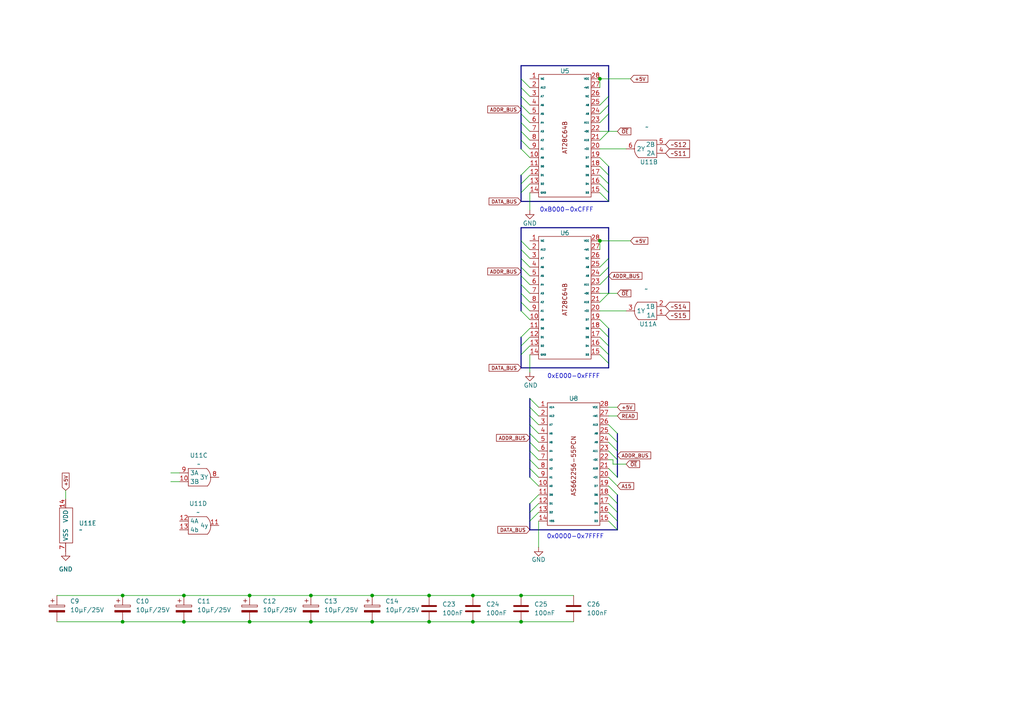
<source format=kicad_sch>
(kicad_sch (version 20231120) (generator "eeschema") (generator_version "8.0")
  (paper "A4")
  (lib_symbols
    (symbol "Device:C" (pin_numbers hide) (pin_names (offset 0.254))
      (property "Reference" "C" (at 0.635 2.54 0))
      (property "Value" "C" (at 0.635 -2.54 0))
      (symbol "C_0_1"
        (polyline (pts (xy -2.032 -0.762) (xy 2.032 -0.762)) (stroke (width 0.508)))
        (polyline (pts (xy -2.032 0.762) (xy 2.032 0.762)) (stroke (width 0.508)))
      )
      (symbol "C_1_1"
        (pin passive line (at 0 3.81 270) (length 2.794) (name "~") (number "1"))
        (pin passive line (at 0 -3.81 90) (length 2.794) (name "~") (number "2"))
      )
    )
    (symbol "Device:C_Polarized" (pin_numbers hide) (pin_names (offset 0.254))
      (property "Reference" "C" (at 0.635 2.54 0))
      (property "Value" "C_Polarized" (at 0.635 -2.54 0))
      (symbol "C_Polarized_0_1"
        (rectangle (start -2.286 0.508) (end 2.286 1.016))
        (polyline (pts (xy -1.778 2.286) (xy -0.762 2.286)))
        (polyline (pts (xy -1.27 2.794) (xy -1.27 1.778)))
        (rectangle (start 2.286 -0.508) (end -2.286 -1.016) (fill (type outline)))
      )
      (symbol "C_Polarized_1_1"
        (pin passive line (at 0 3.81 270) (length 2.794) (name "~") (number "1"))
        (pin passive line (at 0 -3.81 90) (length 2.794) (name "~") (number "2"))
      )
    )
    (symbol "memory:AS6C62256-55PCN"
      (property "Reference" "U" (at -1.778 19.05 0))
      (symbol "AS6C62256-55PCN_0_1"
        (rectangle (start -7.62 17.78) (end 7.62 -17.78))
      )
      (symbol "AS6C62256-55PCN_1_1"
        (text "AS662256-55PCN" (at 0 -0.508 900) (effects (font (size 1.27 1.27))))
        (pin input line (at -10.16 16.51 0) (length 2.54) (name "A14") (number "1"))
        (pin input line (at -10.16 -6.35 0) (length 2.54) (name "A0") (number "10"))
        (pin bidirectional line (at -10.16 -8.89 0) (length 2.54) (name "D0") (number "11"))
        (pin bidirectional line (at -10.16 -11.43 0) (length 2.54) (name "D1") (number "12"))
        (pin bidirectional line (at -10.16 -13.97 0) (length 2.54) (name "D2") (number "13"))
        (pin power_in line (at -10.16 -16.51 0) (length 2.54) (name "VSS") (number "14"))
        (pin bidirectional line (at 10.16 -16.51 180) (length 2.54) (name "D3") (number "15"))
        (pin bidirectional line (at 10.16 -13.97 180) (length 2.54) (name "D4") (number "16"))
        (pin bidirectional line (at 10.16 -11.43 180) (length 2.54) (name "D5") (number "17"))
        (pin bidirectional line (at 10.16 -8.89 180) (length 2.54) (name "D6") (number "18"))
        (pin bidirectional line (at 10.16 -6.35 180) (length 2.54) (name "D7") (number "19"))
        (pin input line (at -10.16 13.97 0) (length 2.54) (name "A12") (number "2"))
        (pin input line (at 10.16 -3.81 180) (length 2.54) (name "~CE") (number "20"))
        (pin input line (at 10.16 -1.27 180) (length 2.54) (name "A10") (number "21"))
        (pin input line (at 10.16 1.27 180) (length 2.54) (name "~OE") (number "22"))
        (pin input line (at 10.16 3.81 180) (length 2.54) (name "A11") (number "23"))
        (pin input line (at 10.16 6.35 180) (length 2.54) (name "A9") (number "24"))
        (pin input line (at 10.16 8.89 180) (length 2.54) (name "A8") (number "25"))
        (pin input line (at 10.16 11.43 180) (length 2.54) (name "A13") (number "26"))
        (pin input line (at 10.16 13.97 180) (length 2.54) (name "~WE") (number "27"))
        (pin power_in line (at 10.16 16.51 180) (length 2.54) (name "VCC") (number "28"))
        (pin input line (at -10.16 11.43 0) (length 2.54) (name "A7") (number "3"))
        (pin input line (at -10.16 8.89 0) (length 2.54) (name "A6") (number "4"))
        (pin input line (at -10.16 6.35 0) (length 2.54) (name "A5") (number "5"))
        (pin input line (at -10.16 3.81 0) (length 2.54) (name "A4") (number "6"))
        (pin input line (at -10.16 1.27 0) (length 2.54) (name "A3") (number "7"))
        (pin input line (at -10.16 -1.27 0) (length 2.54) (name "A2") (number "8"))
        (pin input line (at -10.16 -3.81 0) (length 2.54) (name "A1") (number "9"))
      )
    )
    (symbol "memory:AT28C64B"
      (property "Reference" "U" (at -1.016 12.7 0))
      (symbol "AT28C64B_0_1"
        (rectangle (start -7.62 11.43) (end 7.62 -24.13))
      )
      (symbol "AT28C64B_1_1"
        (text "AT28C64B" (at 0 -6.858 900) (effects (font (size 1.27 1.27))))
        (pin free line (at -10.16 10.16 0) (length 2.54) (name "NC") (number "1"))
        (pin input line (at -10.16 -12.7 0) (length 2.54) (name "A0") (number "10"))
        (pin bidirectional line (at -10.16 -15.24 0) (length 2.54) (name "D0") (number "11"))
        (pin bidirectional line (at -10.16 -17.78 0) (length 2.54) (name "D1") (number "12"))
        (pin bidirectional line (at -10.16 -20.32 0) (length 2.54) (name "D2") (number "13"))
        (pin power_in line (at -10.16 -22.86 0) (length 2.54) (name "GND") (number "14"))
        (pin bidirectional line (at 10.16 -22.86 180) (length 2.54) (name "D3") (number "15"))
        (pin bidirectional line (at 10.16 -20.32 180) (length 2.54) (name "D4") (number "16"))
        (pin bidirectional line (at 10.16 -17.78 180) (length 2.54) (name "D5") (number "17"))
        (pin bidirectional line (at 10.16 -15.24 180) (length 2.54) (name "D6") (number "18"))
        (pin bidirectional line (at 10.16 -12.7 180) (length 2.54) (name "D7") (number "19"))
        (pin input line (at -10.16 7.62 0) (length 2.54) (name "A12") (number "2"))
        (pin bidirectional line (at 10.16 -10.16 180) (length 2.54) (name "~CE") (number "20"))
        (pin input line (at 10.16 -7.62 180) (length 2.54) (name "A10") (number "21"))
        (pin input line (at 10.16 -5.08 180) (length 2.54) (name "~OE") (number "22"))
        (pin input line (at 10.16 -2.54 180) (length 2.54) (name "A11") (number "23"))
        (pin input line (at 10.16 0 180) (length 2.54) (name "A9") (number "24"))
        (pin input line (at 10.16 2.54 180) (length 2.54) (name "A8") (number "25"))
        (pin free line (at 10.16 5.08 180) (length 2.54) (name "NC") (number "26"))
        (pin input line (at 10.16 7.62 180) (length 2.54) (name "~WE") (number "27"))
        (pin power_in line (at 10.16 10.16 180) (length 2.54) (name "VCC") (number "28"))
        (pin input line (at -10.16 5.08 0) (length 2.54) (name "A7") (number "3"))
        (pin input line (at -10.16 2.54 0) (length 2.54) (name "A6") (number "4"))
        (pin input line (at -10.16 0 0) (length 2.54) (name "A5") (number "5"))
        (pin input line (at -10.16 -2.54 0) (length 2.54) (name "A4") (number "6"))
        (pin input line (at -10.16 -5.08 0) (length 2.54) (name "A3") (number "7"))
        (pin input line (at -10.16 -7.62 0) (length 2.54) (name "A2") (number "8"))
        (pin input line (at -10.16 -10.16 0) (length 2.54) (name "A1") (number "9"))
      )
    )
    (symbol "my74HCxx:SN74HC08N"
      (property "Reference" "U" (at 1.778 6.096 0))
      (symbol "SN74HC08N_1_1"
        (polyline (pts (xy -2.54 2.54) (xy 2.794 2.54)))
        (polyline (pts (xy -2.54 2.54) (xy -2.54 -2.54) (xy 3.048 -2.54)))
        (arc (start 3.048 -2.54) (mid 3.9731 0.0526) (end 2.794 2.54))
        (pin input line (at -5.08 1.27 0) (length 2.54) (name "1A") (number "1"))
        (pin input line (at -5.08 -1.27 0) (length 2.54) (name "1B") (number "2"))
        (pin output line (at 6.35 0 180) (length 2.54) (name "1Y") (number "3"))
      )
      (symbol "SN74HC08N_2_1"
        (polyline (pts (xy -1.27 2.54) (xy 4.064 2.54)))
        (polyline (pts (xy -1.27 2.54) (xy -1.27 -2.54) (xy 4.318 -2.54)))
        (arc (start 4.318 -2.54) (mid 5.2431 0.0526) (end 4.064 2.54))
        (pin input line (at -3.81 1.27 0) (length 2.54) (name "2A") (number "4"))
        (pin input line (at -3.81 -1.27 0) (length 2.54) (name "2B") (number "5"))
        (pin output line (at 7.62 0 180) (length 2.54) (name "2Y") (number "6"))
      )
      (symbol "SN74HC08N_3_1"
        (polyline (pts (xy -2.54 2.54) (xy 2.794 2.54)))
        (polyline (pts (xy -2.54 2.54) (xy -2.54 -2.54) (xy 3.048 -2.54)))
        (arc (start 3.048 -2.54) (mid 3.9731 0.0526) (end 2.794 2.54))
        (pin input line (at -5.08 -1.27 0) (length 2.54) (name "3B") (number "10"))
        (pin output line (at 6.35 0 180) (length 2.54) (name "3Y") (number "8"))
        (pin input line (at -5.08 1.27 0) (length 2.54) (name "3A") (number "9"))
      )
      (symbol "SN74HC08N_4_1"
        (polyline (pts (xy -2.54 2.54) (xy 2.794 2.54)))
        (polyline (pts (xy -2.54 2.54) (xy -2.54 -2.54) (xy 3.048 -2.54)))
        (arc (start 3.048 -2.54) (mid 3.9731 0.0526) (end 2.794 2.54))
        (pin output line (at 6.35 0 180) (length 2.54) (name "4y") (number "11"))
        (pin input line (at -5.08 1.27 0) (length 2.54) (name "4A") (number "12"))
        (pin input line (at -5.08 -1.27 0) (length 2.54) (name "4b") (number "13"))
      )
      (symbol "SN74HC08N_5_1"
        (rectangle (start -1.778 5.08) (end 2.032 -5.08))
        (pin power_in line (at 0 7.62 270) (length 2.54) (name "VDD") (number "14"))
        (pin power_in line (at 0 -7.62 90) (length 2.54) (name "VSS") (number "7"))
      )
    )
    (symbol "power:GND" (power) (pin_numbers hide) (pin_names (offset 0) hide)
      (property "Value" "GND" (at 0 -3.81 0))
      (symbol "GND_0_1"
        (polyline (pts (xy 0 0) (xy 0 -1.27) (xy 1.27 -1.27) (xy 0 -2.54) (xy -1.27 -1.27) (xy 0 -1.27)))
      )
      (symbol "GND_1_1"
        (pin power_in line (at 0 0 270) (length 0) (name "~") (number "1"))
      )
    )
  )
  (junction (at 53.34 172.72))
  (junction (at 107.95 180.34))
  (junction (at 35.56 172.72))
  (junction (at 151.13 172.72))
  (junction (at 72.39 180.34))
  (junction (at 90.17 180.34))
  (junction (at 35.56 180.34))
  (junction (at 173.99 22.86))
  (junction (at 53.34 180.34))
  (junction (at 72.39 172.72))
  (junction (at 137.16 172.72))
  (junction (at 124.46 172.72))
  (junction (at 124.46 180.34))
  (junction (at 90.17 172.72))
  (junction (at 151.13 180.34))
  (junction (at 137.16 180.34))
  (junction (at 173.99 69.85))
  (junction (at 107.95 172.72))
  (bus_entry (at 153.67 125.73) (size 2.54 2.54))
  (bus_entry (at 179.07 125.73) (size -2.54 -2.54))
  (bus_entry (at 179.07 130.81) (size -2.54 -2.54))
  (bus_entry (at 153.67 128.27) (size 2.54 2.54))
  (bus_entry (at 176.53 55.88) (size -2.54 -2.54))
  (bus_entry (at 153.67 135.89) (size 2.54 2.54))
  (bus_entry (at 176.53 138.43) (size 2.54 2.54))
  (bus_entry (at 153.67 115.57) (size 2.54 2.54))
  (bus_entry (at 173.99 33.02) (size 2.54 -2.54))
  (bus_entry (at 151.13 80.01) (size 2.54 2.54))
  (bus_entry (at 151.13 22.86) (size 2.54 2.54))
  (bus_entry (at 179.07 133.35) (size -2.54 -2.54))
  (bus_entry (at 176.53 97.79) (size -2.54 -2.54))
  (bus_entry (at 153.67 146.05) (size 2.54 -2.54))
  (bus_entry (at 151.13 102.87) (size 2.54 -2.54))
  (bus_entry (at 151.13 69.85) (size 2.54 2.54))
  (bus_entry (at 151.13 30.48) (size 2.54 2.54))
  (bus_entry (at 176.53 148.59) (size 2.54 2.54))
  (bus_entry (at 179.07 143.51) (size -2.54 -2.54))
  (bus_entry (at 153.67 50.8) (size -2.54 2.54))
  (bus_entry (at 153.67 53.34) (size -2.54 2.54))
  (bus_entry (at 151.13 43.18) (size 2.54 2.54))
  (bus_entry (at 151.13 33.02) (size 2.54 2.54))
  (bus_entry (at 153.67 120.65) (size 2.54 2.54))
  (bus_entry (at 176.53 102.87) (size -2.54 -2.54))
  (bus_entry (at 151.13 74.93) (size 2.54 2.54))
  (bus_entry (at 153.67 48.26) (size -2.54 2.54))
  (bus_entry (at 173.99 82.55) (size 2.54 -2.54))
  (bus_entry (at 176.53 146.05) (size 2.54 2.54))
  (bus_entry (at 176.53 48.26) (size -2.54 -2.54))
  (bus_entry (at 153.67 151.13) (size 2.54 -2.54))
  (bus_entry (at 173.99 77.47) (size 2.54 -2.54))
  (bus_entry (at 176.53 151.13) (size 2.54 2.54))
  (bus_entry (at 153.67 148.59) (size 2.54 -2.54))
  (bus_entry (at 153.67 118.11) (size 2.54 2.54))
  (bus_entry (at 173.99 30.48) (size 2.54 -2.54))
  (bus_entry (at 151.13 27.94) (size 2.54 2.54))
  (bus_entry (at 151.13 40.64) (size 2.54 2.54))
  (bus_entry (at 151.13 38.1) (size 2.54 2.54))
  (bus_entry (at 153.67 130.81) (size 2.54 2.54))
  (bus_entry (at 151.13 100.33) (size 2.54 -2.54))
  (bus_entry (at 176.53 95.25) (size -2.54 -2.54))
  (bus_entry (at 179.07 128.27) (size -2.54 -2.54))
  (bus_entry (at 153.67 138.43) (size 2.54 2.54))
  (bus_entry (at 151.13 85.09) (size 2.54 2.54))
  (bus_entry (at 173.99 35.56) (size 2.54 -2.54))
  (bus_entry (at 176.53 50.8) (size -2.54 -2.54))
  (bus_entry (at 173.99 80.01) (size 2.54 -2.54))
  (bus_entry (at 151.13 87.63) (size 2.54 2.54))
  (bus_entry (at 176.53 105.41) (size -2.54 -2.54))
  (bus_entry (at 151.13 72.39) (size 2.54 2.54))
  (bus_entry (at 179.07 146.05) (size -2.54 -2.54))
  (bus_entry (at 151.13 97.79) (size 2.54 -2.54))
  (bus_entry (at 176.53 58.42) (size -2.54 -2.54))
  (bus_entry (at 151.13 82.55) (size 2.54 2.54))
  (bus_entry (at 151.13 35.56) (size 2.54 2.54))
  (bus_entry (at 176.53 53.34) (size -2.54 -2.54))
  (bus_entry (at 153.67 123.19) (size 2.54 2.54))
  (bus_entry (at 173.99 87.63) (size 2.54 -2.54))
  (bus_entry (at 153.67 133.35) (size 2.54 2.54))
  (bus_entry (at 151.13 25.4) (size 2.54 2.54))
  (bus_entry (at 151.13 77.47) (size 2.54 2.54))
  (bus_entry (at 176.53 100.33) (size -2.54 -2.54))
  (bus_entry (at 151.13 90.17) (size 2.54 2.54))
  (bus_entry (at 173.99 40.64) (size 2.54 -2.54))
  (bus_entry (at 179.07 138.43) (size -2.54 -2.54))
  (bus (pts (xy 151.13 87.63) (xy 151.13 90.17)))
  (bus (pts (xy 153.67 130.81) (xy 153.67 133.35)))
  (bus (pts (xy 153.67 146.05) (xy 153.67 148.59)))
  (wire (pts (xy 176.53 120.65) (xy 179.07 120.65)))
  (wire (pts (xy 124.46 180.34) (xy 137.16 180.34)))
  (bus (pts (xy 176.53 50.8) (xy 176.53 53.34)))
  (bus (pts (xy 176.53 105.41) (xy 176.53 106.68)))
  (wire (pts (xy 53.34 172.72) (xy 72.39 172.72)))
  (bus (pts (xy 151.13 72.39) (xy 151.13 74.93)))
  (bus (pts (xy 176.53 102.87) (xy 176.53 105.41)))
  (bus (pts (xy 176.53 77.47) (xy 176.53 80.01)))
  (bus (pts (xy 153.67 133.35) (xy 153.67 135.89)))
  (bus (pts (xy 179.07 128.27) (xy 179.07 130.81)))
  (bus (pts (xy 151.13 80.01) (xy 151.13 82.55)))
  (bus (pts (xy 151.13 106.68) (xy 176.53 106.68)))
  (wire (pts (xy 156.21 151.13) (xy 156.21 158.75)))
  (wire (pts (xy 173.99 69.85) (xy 182.88 69.85)))
  (wire (pts (xy 107.95 172.72) (xy 124.46 172.72)))
  (wire (pts (xy 90.17 172.72) (xy 107.95 172.72)))
  (wire (pts (xy 173.99 69.85) (xy 173.99 72.39)))
  (bus (pts (xy 179.07 151.13) (xy 179.07 153.67)))
  (wire (pts (xy 151.13 180.34) (xy 166.37 180.34)))
  (bus (pts (xy 176.53 30.48) (xy 176.53 33.02)))
  (wire (pts (xy 173.99 22.86) (xy 173.99 25.4)))
  (bus (pts (xy 153.67 128.27) (xy 153.67 130.81)))
  (bus (pts (xy 151.13 19.05) (xy 151.13 22.86)))
  (wire (pts (xy 35.56 172.72) (xy 53.34 172.72)))
  (wire (pts (xy 177.8 133.35) (xy 176.53 133.35)))
  (bus (pts (xy 151.13 50.8) (xy 151.13 53.34)))
  (bus (pts (xy 153.67 123.19) (xy 153.67 125.73)))
  (bus (pts (xy 176.53 97.79) (xy 176.53 100.33)))
  (wire (pts (xy 72.39 172.72) (xy 90.17 172.72)))
  (bus (pts (xy 151.13 35.56) (xy 151.13 38.1)))
  (bus (pts (xy 151.13 58.42) (xy 176.53 58.42)))
  (wire (pts (xy 35.56 180.34) (xy 53.34 180.34)))
  (bus (pts (xy 153.67 118.11) (xy 153.67 120.65)))
  (bus (pts (xy 179.07 153.67) (xy 153.67 153.67)))
  (wire (pts (xy 176.53 118.11) (xy 179.07 118.11)))
  (wire (pts (xy 16.51 172.72) (xy 35.56 172.72)))
  (bus (pts (xy 179.07 133.35) (xy 179.07 138.43)))
  (wire (pts (xy 176.53 38.1) (xy 179.07 38.1)))
  (bus (pts (xy 151.13 25.4) (xy 151.13 27.94)))
  (bus (pts (xy 151.13 102.87) (xy 151.13 106.68)))
  (wire (pts (xy 49.53 137.16) (xy 52.07 137.16)))
  (wire (pts (xy 137.16 180.34) (xy 151.13 180.34)))
  (wire (pts (xy 90.17 180.34) (xy 107.95 180.34)))
  (wire (pts (xy 137.16 172.72) (xy 151.13 172.72)))
  (wire (pts (xy 153.67 55.88) (xy 153.67 60.96)))
  (bus (pts (xy 179.07 148.59) (xy 179.07 151.13)))
  (wire (pts (xy 177.8 134.62) (xy 177.8 133.35)))
  (bus (pts (xy 151.13 85.09) (xy 151.13 87.63)))
  (bus (pts (xy 151.13 97.79) (xy 151.13 100.33)))
  (wire (pts (xy 173.99 85.09) (xy 176.53 85.09)))
  (bus (pts (xy 151.13 38.1) (xy 151.13 40.64)))
  (bus (pts (xy 151.13 74.93) (xy 151.13 77.47)))
  (bus (pts (xy 153.67 151.13) (xy 153.67 153.67)))
  (bus (pts (xy 176.53 95.25) (xy 176.53 97.79)))
  (wire (pts (xy 173.99 90.17) (xy 181.61 90.17)))
  (bus (pts (xy 151.13 66.04) (xy 176.53 66.04)))
  (bus (pts (xy 179.07 125.73) (xy 179.07 128.27)))
  (bus (pts (xy 176.53 53.34) (xy 176.53 55.88)))
  (bus (pts (xy 176.53 27.94) (xy 176.53 30.48)))
  (bus (pts (xy 176.53 19.05) (xy 176.53 27.94)))
  (bus (pts (xy 179.07 130.81) (xy 179.07 133.35)))
  (bus (pts (xy 151.13 40.64) (xy 151.13 43.18)))
  (wire (pts (xy 173.99 22.86) (xy 182.88 22.86)))
  (wire (pts (xy 173.99 38.1) (xy 176.53 38.1)))
  (bus (pts (xy 179.07 146.05) (xy 179.07 148.59)))
  (bus (pts (xy 153.67 125.73) (xy 153.67 128.27)))
  (bus (pts (xy 151.13 69.85) (xy 151.13 66.04)))
  (bus (pts (xy 176.53 74.93) (xy 176.53 77.47)))
  (wire (pts (xy 153.67 102.87) (xy 153.67 107.95)))
  (bus (pts (xy 176.53 19.05) (xy 151.13 19.05)))
  (bus (pts (xy 153.67 120.65) (xy 153.67 123.19)))
  (wire (pts (xy 107.95 180.34) (xy 124.46 180.34)))
  (bus (pts (xy 179.07 143.51) (xy 179.07 146.05)))
  (wire (pts (xy 177.8 134.62) (xy 181.61 134.62)))
  (wire (pts (xy 53.34 180.34) (xy 72.39 180.34)))
  (wire (pts (xy 173.99 43.18) (xy 181.61 43.18)))
  (wire (pts (xy 176.53 85.09) (xy 179.07 85.09)))
  (bus (pts (xy 176.53 100.33) (xy 176.53 102.87)))
  (bus (pts (xy 176.53 66.04) (xy 176.53 74.93)))
  (bus (pts (xy 151.13 33.02) (xy 151.13 35.56)))
  (bus (pts (xy 153.67 115.57) (xy 153.67 118.11)))
  (wire (pts (xy 49.53 139.7) (xy 52.07 139.7)))
  (bus (pts (xy 151.13 22.86) (xy 151.13 25.4)))
  (wire (pts (xy 72.39 180.34) (xy 90.17 180.34)))
  (wire (pts (xy 19.05 142.24) (xy 19.05 144.78)))
  (bus (pts (xy 151.13 27.94) (xy 151.13 30.48)))
  (bus (pts (xy 151.13 30.48) (xy 151.13 33.02)))
  (bus (pts (xy 153.67 135.89) (xy 153.67 138.43)))
  (bus (pts (xy 176.53 80.01) (xy 176.53 85.09)))
  (bus (pts (xy 151.13 77.47) (xy 151.13 80.01)))
  (bus (pts (xy 151.13 55.88) (xy 151.13 58.42)))
  (bus (pts (xy 153.67 148.59) (xy 153.67 151.13)))
  (bus (pts (xy 176.53 55.88) (xy 176.53 58.42)))
  (wire (pts (xy 151.13 172.72) (xy 166.37 172.72)))
  (wire (pts (xy 124.46 172.72) (xy 137.16 172.72)))
  (bus (pts (xy 151.13 100.33) (xy 151.13 102.87)))
  (bus (pts (xy 151.13 69.85) (xy 151.13 72.39)))
  (bus (pts (xy 151.13 82.55) (xy 151.13 85.09)))
  (bus (pts (xy 176.53 33.02) (xy 176.53 38.1)))
  (wire (pts (xy 16.51 180.34) (xy 35.56 180.34)))
  (bus (pts (xy 151.13 53.34) (xy 151.13 55.88)))
  (bus (pts (xy 176.53 48.26) (xy 176.53 50.8)))
  (text "0x0000-0x7FFFF" (at 166.878 155.702 0) (effects (font (size 1.27 1.27))))
  (text "0xB000-0xCFFF" (at 164.338 60.96 0) (effects (font (size 1.27 1.27))))
  (text "0xE000-0xFFFF" (at 166.37 109.22 0) (effects (font (size 1.27 1.27))))
  (global_label "~S11" (shape input) (at 193.04 44.45 0) (property "Intersheetrefs" "${INTERSHEET_REFS}" (effects (hide yes))))
  (global_label "~{OE}" (shape input) (at 181.61 134.62 0) (effects (font (size 1.016 1.016))) (property "Intersheetrefs" "${INTERSHEET_REFS}" (effects (hide yes))))
  (global_label "+5V" (shape input) (at 179.07 118.11 0) (effects (font (size 1.016 1.016))) (property "Intersheetrefs" "${INTERSHEET_REFS}" (effects (hide yes))))
  (global_label "A15" (shape input) (at 179.07 140.97 0) (effects (font (size 1.016 1.016))) (property "Intersheetrefs" "${INTERSHEET_REFS}" (effects (hide yes))))
  (global_label "~S14" (shape input) (at 193.04 88.9 0) (property "Intersheetrefs" "${INTERSHEET_REFS}" (effects (hide yes))))
  (global_label "DATA_BUS" (shape input) (at 151.13 58.42 180) (effects (font (size 1.016 1.016))) (property "Intersheetrefs" "${INTERSHEET_REFS}" (effects (hide yes))))
  (global_label "+5V" (shape input) (at 182.88 69.85 0) (effects (font (size 1.016 1.016))) (property "Intersheetrefs" "${INTERSHEET_REFS}" (effects (hide yes))))
  (global_label "~{OE}" (shape input) (at 179.07 38.1 0) (effects (font (size 1.016 1.016))) (property "Intersheetrefs" "${INTERSHEET_REFS}" (effects (hide yes))))
  (global_label "READ" (shape input) (at 179.07 120.65 0) (effects (font (size 1.016 1.016))) (property "Intersheetrefs" "${INTERSHEET_REFS}" (effects (hide yes))))
  (global_label "DATA_BUS" (shape input) (at 153.67 153.67 180) (effects (font (size 1.016 1.016))) (property "Intersheetrefs" "${INTERSHEET_REFS}" (effects (hide yes))))
  (global_label "~S15" (shape input) (at 193.04 91.44 0) (property "Intersheetrefs" "${INTERSHEET_REFS}" (effects (hide yes))))
  (global_label "ADDR_BUS" (shape input) (at 151.13 31.75 180) (effects (font (size 1.016 1.016))) (property "Intersheetrefs" "${INTERSHEET_REFS}" (effects (hide yes))))
  (global_label "DATA_BUS" (shape input) (at 151.13 106.68 180) (effects (font (size 1.016 1.016))) (property "Intersheetrefs" "${INTERSHEET_REFS}" (effects (hide yes))))
  (global_label "ADDR_BUS" (shape input) (at 153.67 127 180) (effects (font (size 1.016 1.016))) (property "Intersheetrefs" "${INTERSHEET_REFS}" (effects (hide yes))))
  (global_label "ADDR_BUS" (shape input) (at 179.07 132.08 0) (effects (font (size 1.016 1.016))) (property "Intersheetrefs" "${INTERSHEET_REFS}" (effects (hide yes))))
  (global_label "ADDR_BUS" (shape input) (at 176.53 80.01 0) (effects (font (size 1.016 1.016))) (property "Intersheetrefs" "${INTERSHEET_REFS}" (effects (hide yes))))
  (global_label "ADDR_BUS" (shape input) (at 151.13 78.74 180) (effects (font (size 1.016 1.016))) (property "Intersheetrefs" "${INTERSHEET_REFS}" (effects (hide yes))))
  (global_label "~S12" (shape input) (at 193.04 41.91 0) (property "Intersheetrefs" "${INTERSHEET_REFS}" (effects (hide yes))))
  (global_label "+5V" (shape input) (at 182.88 22.86 0) (effects (font (size 1.016 1.016))) (property "Intersheetrefs" "${INTERSHEET_REFS}" (effects (hide yes))))
  (global_label "~{OE}" (shape input) (at 179.07 85.09 0) (effects (font (size 1.016 1.016))) (property "Intersheetrefs" "${INTERSHEET_REFS}" (effects (hide yes))))
  (global_label "+5V" (shape input) (at 19.05 142.24 90) (effects (font (size 1.016 1.016))) (property "Intersheetrefs" "${INTERSHEET_REFS}" (effects (hide yes))))
  (symbol (lib_id "Device:C") (at 151.13 176.53 0) (unit 1)
    (property "Reference" "C25" (at 154.94 175.2599 0) (effects (justify left)))
    (property "Value" "100nF" (at 154.94 177.7999 0) (effects (justify left)))
    (property "Description" "Unpolarized capacitor" (effects (hide yes)))
  )
  (symbol (lib_id "Device:C_Polarized") (at 90.17 176.53 0) (unit 1)
    (property "Reference" "C13" (at 93.98 174.3709 0) (effects (justify left)))
    (property "Value" "10µF/25V" (at 93.98 176.9109 0) (effects (justify left)))
    (property "Description" "Polarized capacitor" (effects (hide yes)))
  )
  (symbol (lib_id "my74HCxx:SN74HC08N") (at 187.96 90.17 180) (unit 1)
    (property "Reference" "U11" (at 187.96 93.98 0))
    (property "Value" "~" (at 187.452 83.82 0))
  )
  (symbol (lib_id "power:GND") (at 19.05 160.02 0) (unit 1)
    (property "Reference" "#PWR019" (effects (hide yes)))
    (property "Value" "GND" (at 19.05 165.1 0))
    (property "Description" "Power symbol creates a global label with name \"GND\" , ground" (effects (hide yes)))
  )
  (symbol (lib_id "power:GND") (at 153.67 60.96 0) (unit 1)
    (property "Reference" "#PWR08" (effects (hide yes)))
    (property "Value" "GND" (at 153.67 64.77 0))
    (property "Description" "Power symbol creates a global label with name \"GND\" , ground" (effects (hide yes)))
  )
  (symbol (lib_id "my74HCxx:SN74HC08N") (at 189.23 43.18 180) (unit 2)
    (property "Reference" "U11" (at 188.214 46.99 0))
    (property "Value" "~" (at 187.6424 36.83 0))
  )
  (symbol (lib_id "Device:C_Polarized") (at 16.51 176.53 0) (unit 1)
    (property "Reference" "C9" (at 20.32 174.3709 0) (effects (justify left)))
    (property "Value" "10µF/25V" (at 20.32 176.9109 0) (effects (justify left)))
    (property "Description" "Polarized capacitor" (effects (hide yes)))
  )
  (symbol (lib_id "Device:C_Polarized") (at 53.34 176.53 0) (unit 1)
    (property "Reference" "C11" (at 57.15 174.3709 0) (effects (justify left)))
    (property "Value" "10µF/25V" (at 57.15 176.9109 0) (effects (justify left)))
    (property "Description" "Polarized capacitor" (effects (hide yes)))
  )
  (symbol (lib_id "Device:C_Polarized") (at 72.39 176.53 0) (unit 1)
    (property "Reference" "C12" (at 76.2 174.3709 0) (effects (justify left)))
    (property "Value" "10µF/25V" (at 76.2 176.9109 0) (effects (justify left)))
    (property "Description" "Polarized capacitor" (effects (hide yes)))
  )
  (symbol (lib_id "Device:C") (at 137.16 176.53 0) (unit 1)
    (property "Reference" "C24" (at 140.97 175.2599 0) (effects (justify left)))
    (property "Value" "100nF" (at 140.97 177.7999 0) (effects (justify left)))
    (property "Description" "Unpolarized capacitor" (effects (hide yes)))
  )
  (symbol (lib_id "my74HCxx:SN74HC08N") (at 57.15 138.43 0) (unit 3)
    (property "Reference" "U11" (at 57.658 132.08 0))
    (property "Value" "~" (at 57.658 134.62 0))
  )
  (symbol (lib_id "Device:C_Polarized") (at 107.95 176.53 0) (unit 1)
    (property "Reference" "C14" (at 111.76 174.3709 0) (effects (justify left)))
    (property "Value" "10µF/25V" (at 111.76 176.9109 0) (effects (justify left)))
    (property "Description" "Polarized capacitor" (effects (hide yes)))
  )
  (symbol (lib_id "my74HCxx:SN74HC08N") (at 19.05 152.4 0) (unit 5)
    (property "Reference" "U11" (at 22.86 151.7649 0) (effects (justify left)))
    (property "Value" "~" (at 22.86 153.67 0) (effects (justify left)))
  )
  (symbol (lib_id "power:GND") (at 156.21 158.75 0) (unit 1)
    (property "Reference" "#PWR013" (effects (hide yes)))
    (property "Value" "GND" (at 156.21 162.306 0))
    (property "Description" "Power symbol creates a global label with name \"GND\" , ground" (effects (hide yes)))
  )
  (symbol (lib_id "memory:AT28C64B") (at 163.83 80.01 0) (unit 1)
    (property "Reference" "U6" (at 163.83 67.564 0))
    (property "Value" "~" (at 163.83 67.31 0))
  )
  (symbol (lib_id "Device:C") (at 166.37 176.53 0) (unit 1)
    (property "Reference" "C26" (at 170.18 175.2599 0) (effects (justify left)))
    (property "Value" "100nF" (at 170.18 177.7999 0) (effects (justify left)))
    (property "Description" "Unpolarized capacitor" (effects (hide yes)))
  )
  (symbol (lib_id "Device:C") (at 124.46 176.53 0) (unit 1)
    (property "Reference" "C23" (at 128.27 175.2599 0) (effects (justify left)))
    (property "Value" "100nF" (at 128.27 177.7999 0) (effects (justify left)))
    (property "Description" "Unpolarized capacitor" (effects (hide yes)))
  )
  (symbol (lib_id "Device:C_Polarized") (at 35.56 176.53 0) (unit 1)
    (property "Reference" "C10" (at 39.37 174.3709 0) (effects (justify left)))
    (property "Value" "10µF/25V" (at 39.37 176.9109 0) (effects (justify left)))
    (property "Description" "Polarized capacitor" (effects (hide yes)))
  )
  (symbol (lib_id "memory:AS6C62256-55PCN") (at 166.37 134.62 0) (unit 1)
    (property "Reference" "U8" (at 166.37 115.57 0))
    (property "Value" "~" (at 166.37 115.57 0))
  )
  (symbol (lib_id "power:GND") (at 153.67 107.95 0) (unit 1)
    (property "Reference" "#PWR09" (effects (hide yes)))
    (property "Value" "GND" (at 153.924 111.76 0))
    (property "Description" "Power symbol creates a global label with name \"GND\" , ground" (effects (hide yes)))
  )
  (symbol (lib_id "memory:AT28C64B") (at 163.83 33.02 0) (unit 1)
    (property "Reference" "U5" (at 163.83 20.574 0))
    (property "Value" "~" (at 163.83 20.32 0))
  )
  (symbol (lib_id "my74HCxx:SN74HC08N") (at 57.15 152.4 0) (unit 4)
    (property "Reference" "U11" (at 57.4675 146.05 0))
    (property "Value" "~" (at 57.4675 148.59 0))
  )
)
</source>
